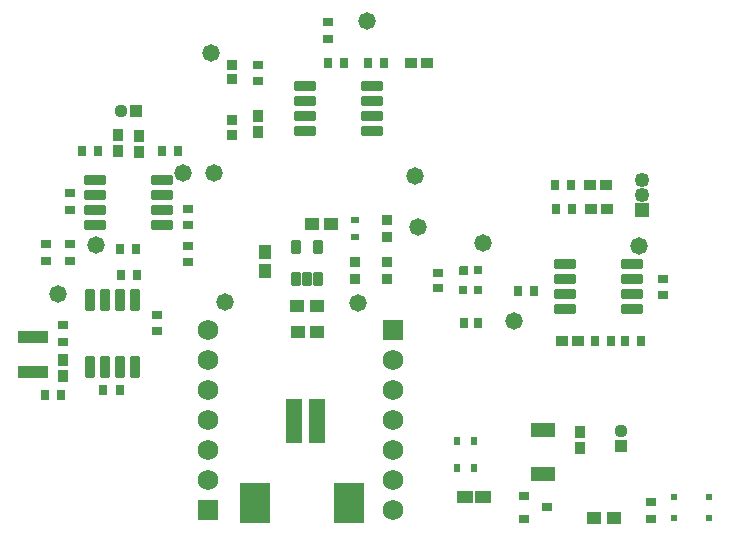
<source format=gts>
G04*
G04 #@! TF.GenerationSoftware,Altium Limited,Altium Designer,22.2.1 (43)*
G04*
G04 Layer_Color=8388736*
%FSLAX43Y43*%
%MOMM*%
G71*
G04*
G04 #@! TF.SameCoordinates,2A909F52-9C27-4A3D-9E3E-93034AC3C428*
G04*
G04*
G04 #@! TF.FilePolarity,Negative*
G04*
G01*
G75*
%ADD15R,0.725X0.900*%
%ADD16R,0.900X0.725*%
%ADD17R,0.912X1.058*%
%ADD18R,2.600X1.000*%
%ADD20R,1.058X0.912*%
%ADD21R,1.207X1.068*%
%ADD22R,0.500X0.800*%
%ADD23R,1.353X1.012*%
%ADD24R,0.900X0.800*%
%ADD25R,2.000X1.250*%
%ADD26R,0.750X0.900*%
%ADD27R,0.800X0.700*%
%ADD28C,0.630*%
%ADD29R,0.900X0.750*%
%ADD30R,0.858X0.806*%
%ADD32R,1.068X1.207*%
%ADD33R,0.962X0.935*%
%ADD36R,0.800X0.600*%
%ADD37R,0.550X0.600*%
G04:AMPARAMS|DCode=38|XSize=0.853mm|YSize=1.853mm|CornerRadius=0.15mm|HoleSize=0mm|Usage=FLASHONLY|Rotation=90.000|XOffset=0mm|YOffset=0mm|HoleType=Round|Shape=RoundedRectangle|*
%AMROUNDEDRECTD38*
21,1,0.853,1.553,0,0,90.0*
21,1,0.553,1.853,0,0,90.0*
1,1,0.301,0.776,0.276*
1,1,0.301,0.776,-0.276*
1,1,0.301,-0.776,-0.276*
1,1,0.301,-0.776,0.276*
%
%ADD38ROUNDEDRECTD38*%
G04:AMPARAMS|DCode=39|XSize=0.853mm|YSize=1.853mm|CornerRadius=0.15mm|HoleSize=0mm|Usage=FLASHONLY|Rotation=0.000|XOffset=0mm|YOffset=0mm|HoleType=Round|Shape=RoundedRectangle|*
%AMROUNDEDRECTD39*
21,1,0.853,1.553,0,0,0.0*
21,1,0.553,1.853,0,0,0.0*
1,1,0.301,0.276,-0.776*
1,1,0.301,-0.276,-0.776*
1,1,0.301,-0.276,0.776*
1,1,0.301,0.276,0.776*
%
%ADD39ROUNDEDRECTD39*%
G04:AMPARAMS|DCode=40|XSize=0.803mm|YSize=1.203mm|CornerRadius=0.153mm|HoleSize=0mm|Usage=FLASHONLY|Rotation=180.000|XOffset=0mm|YOffset=0mm|HoleType=Round|Shape=RoundedRectangle|*
%AMROUNDEDRECTD40*
21,1,0.803,0.898,0,0,180.0*
21,1,0.498,1.203,0,0,180.0*
1,1,0.305,-0.249,0.449*
1,1,0.305,0.249,0.449*
1,1,0.305,0.249,-0.449*
1,1,0.305,-0.249,-0.449*
%
%ADD40ROUNDEDRECTD40*%
%ADD41R,1.403X3.703*%
%ADD42R,2.603X3.503*%
%ADD43R,1.120X1.120*%
%ADD44C,1.120*%
%ADD45R,1.253X1.253*%
%ADD46C,1.253*%
%ADD47R,1.120X1.120*%
%ADD48R,1.753X1.753*%
%ADD49C,1.753*%
%ADD50C,1.473*%
G36*
X39028Y22001D02*
X38228D01*
Y22571D01*
X38358Y22701D01*
X39028D01*
Y22001D01*
D02*
G37*
D15*
X9525Y12192D02*
D03*
X8150D02*
D03*
X4572Y11811D02*
D03*
X3197D02*
D03*
X10974Y21971D02*
D03*
X9599D02*
D03*
X6328Y32446D02*
D03*
X7703D02*
D03*
X13081D02*
D03*
X14456D02*
D03*
X10900Y24191D02*
D03*
X9525D02*
D03*
X51106Y16383D02*
D03*
X49731D02*
D03*
X53646D02*
D03*
X52271D02*
D03*
X47752Y29591D02*
D03*
X46377D02*
D03*
X44630Y20574D02*
D03*
X43255D02*
D03*
X47805Y27559D02*
D03*
X46430D02*
D03*
X30555Y39878D02*
D03*
X31930D02*
D03*
X27125D02*
D03*
X28500D02*
D03*
D16*
X4699Y16330D02*
D03*
Y17705D02*
D03*
X5312Y23175D02*
D03*
Y24550D02*
D03*
X15345Y23048D02*
D03*
Y24423D02*
D03*
X5312Y27493D02*
D03*
Y28868D02*
D03*
X15345Y26170D02*
D03*
Y27545D02*
D03*
X12700Y17219D02*
D03*
Y18594D02*
D03*
X3302Y23188D02*
D03*
Y24563D02*
D03*
X55499Y21642D02*
D03*
Y20267D02*
D03*
X21209Y39729D02*
D03*
Y38354D02*
D03*
X54483Y2720D02*
D03*
Y1344D02*
D03*
X27178Y43360D02*
D03*
Y41985D02*
D03*
D17*
X9376Y32446D02*
D03*
Y33800D02*
D03*
X4699Y13420D02*
D03*
Y14774D02*
D03*
X11154Y32404D02*
D03*
Y33758D02*
D03*
X48514Y8678D02*
D03*
Y7324D02*
D03*
X21209Y35390D02*
D03*
Y34036D02*
D03*
D18*
X2159Y13740D02*
D03*
Y16740D02*
D03*
D20*
X50715Y29591D02*
D03*
X49361D02*
D03*
X48302Y16383D02*
D03*
X46948D02*
D03*
X50800Y27559D02*
D03*
X49446D02*
D03*
X35560Y39878D02*
D03*
X34206D02*
D03*
D21*
X49720Y1397D02*
D03*
X51372D02*
D03*
X25780Y26289D02*
D03*
X27432D02*
D03*
X24574Y19304D02*
D03*
X26226D02*
D03*
X26256Y17123D02*
D03*
X24604D02*
D03*
D22*
X38046Y5588D02*
D03*
X39546D02*
D03*
X38046Y7874D02*
D03*
X39546D02*
D03*
D23*
X40249Y3175D02*
D03*
X38745D02*
D03*
D24*
X45720Y2286D02*
D03*
X43720Y1336D02*
D03*
Y3236D02*
D03*
D25*
X45339Y5110D02*
D03*
Y8860D02*
D03*
D26*
X38643Y17907D02*
D03*
X39843D02*
D03*
D27*
X39878Y22351D02*
D03*
Y20701D02*
D03*
X38628D02*
D03*
D28*
Y22351D02*
D03*
D29*
X36449Y20898D02*
D03*
Y22098D02*
D03*
D30*
X19050Y38515D02*
D03*
Y39717D02*
D03*
Y33850D02*
D03*
Y35052D02*
D03*
D32*
X21844Y22288D02*
D03*
Y23940D02*
D03*
D33*
X29464Y23067D02*
D03*
Y21637D02*
D03*
X32131Y26623D02*
D03*
Y25193D02*
D03*
Y23067D02*
D03*
Y21637D02*
D03*
D36*
X29464Y25183D02*
D03*
Y26633D02*
D03*
D37*
X59387Y1386D02*
D03*
X56437D02*
D03*
X59387Y3186D02*
D03*
X56437D02*
D03*
D38*
X47213Y22860D02*
D03*
Y21590D02*
D03*
Y20320D02*
D03*
Y19050D02*
D03*
X52863Y22860D02*
D03*
Y21590D02*
D03*
Y20320D02*
D03*
Y19050D02*
D03*
X7440Y30033D02*
D03*
Y28763D02*
D03*
Y27493D02*
D03*
Y26223D02*
D03*
X13090Y30033D02*
D03*
Y28763D02*
D03*
Y27493D02*
D03*
Y26223D02*
D03*
X30892Y34163D02*
D03*
Y35433D02*
D03*
Y36703D02*
D03*
Y37973D02*
D03*
X25242Y34163D02*
D03*
Y35433D02*
D03*
Y36703D02*
D03*
Y37973D02*
D03*
D39*
X6985Y14193D02*
D03*
X8255D02*
D03*
X9525D02*
D03*
X10795D02*
D03*
X6985Y19843D02*
D03*
X8255D02*
D03*
X9525D02*
D03*
X10795D02*
D03*
D40*
X24450Y21612D02*
D03*
X25400D02*
D03*
X26350D02*
D03*
Y24362D02*
D03*
X24450D02*
D03*
D41*
X24256Y9617D02*
D03*
X26256D02*
D03*
D42*
X28956Y2667D02*
D03*
X20956D02*
D03*
D43*
X51943Y7493D02*
D03*
D44*
Y8763D02*
D03*
X9630Y35875D02*
D03*
D45*
X53721Y27432D02*
D03*
D46*
Y28702D02*
D03*
Y29972D02*
D03*
D47*
X10900Y35875D02*
D03*
D48*
X32642Y17272D02*
D03*
X17018Y2032D02*
D03*
D49*
X32642Y14732D02*
D03*
Y12192D02*
D03*
Y9652D02*
D03*
Y7112D02*
D03*
Y4572D02*
D03*
Y2032D02*
D03*
X17018Y4572D02*
D03*
Y7112D02*
D03*
Y9652D02*
D03*
Y12192D02*
D03*
Y14732D02*
D03*
Y17272D02*
D03*
D50*
X17526Y30607D02*
D03*
X7493Y24511D02*
D03*
X18415Y19685D02*
D03*
X4318Y20320D02*
D03*
X14859Y30607D02*
D03*
X53467Y24384D02*
D03*
X42913Y18063D02*
D03*
X40259Y24638D02*
D03*
X34798Y26035D02*
D03*
X17272Y40767D02*
D03*
X30480Y43434D02*
D03*
X34544Y30353D02*
D03*
X29718Y19558D02*
D03*
M02*

</source>
